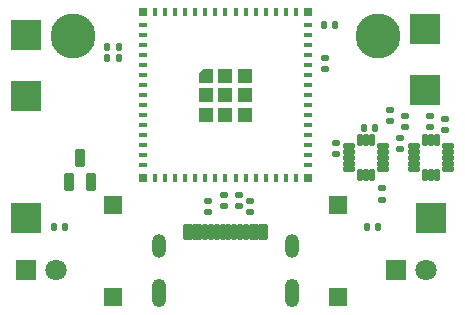
<source format=gbr>
%TF.GenerationSoftware,KiCad,Pcbnew,9.0.3*%
%TF.CreationDate,2025-07-29T21:31:59-06:00*%
%TF.ProjectId,AIOMeltyV3,41494f4d-656c-4747-9956-332e6b696361,rev?*%
%TF.SameCoordinates,Original*%
%TF.FileFunction,Soldermask,Top*%
%TF.FilePolarity,Negative*%
%FSLAX46Y46*%
G04 Gerber Fmt 4.6, Leading zero omitted, Abs format (unit mm)*
G04 Created by KiCad (PCBNEW 9.0.3) date 2025-07-29 21:31:59*
%MOMM*%
%LPD*%
G01*
G04 APERTURE LIST*
G04 Aperture macros list*
%AMRoundRect*
0 Rectangle with rounded corners*
0 $1 Rounding radius*
0 $2 $3 $4 $5 $6 $7 $8 $9 X,Y pos of 4 corners*
0 Add a 4 corners polygon primitive as box body*
4,1,4,$2,$3,$4,$5,$6,$7,$8,$9,$2,$3,0*
0 Add four circle primitives for the rounded corners*
1,1,$1+$1,$2,$3*
1,1,$1+$1,$4,$5*
1,1,$1+$1,$6,$7*
1,1,$1+$1,$8,$9*
0 Add four rect primitives between the rounded corners*
20,1,$1+$1,$2,$3,$4,$5,0*
20,1,$1+$1,$4,$5,$6,$7,0*
20,1,$1+$1,$6,$7,$8,$9,0*
20,1,$1+$1,$8,$9,$2,$3,0*%
%AMOutline5P*
0 Free polygon, 5 corners , with rotation*
0 The origin of the aperture is its center*
0 number of corners: always 5*
0 $1 to $10 corner X, Y*
0 $11 Rotation angle, in degrees counterclockwise*
0 create outline with 5 corners*
4,1,5,$1,$2,$3,$4,$5,$6,$7,$8,$9,$10,$1,$2,$11*%
%AMOutline6P*
0 Free polygon, 6 corners , with rotation*
0 The origin of the aperture is its center*
0 number of corners: always 6*
0 $1 to $12 corner X, Y*
0 $13 Rotation angle, in degrees counterclockwise*
0 create outline with 6 corners*
4,1,6,$1,$2,$3,$4,$5,$6,$7,$8,$9,$10,$11,$12,$1,$2,$13*%
%AMOutline7P*
0 Free polygon, 7 corners , with rotation*
0 The origin of the aperture is its center*
0 number of corners: always 7*
0 $1 to $14 corner X, Y*
0 $15 Rotation angle, in degrees counterclockwise*
0 create outline with 7 corners*
4,1,7,$1,$2,$3,$4,$5,$6,$7,$8,$9,$10,$11,$12,$13,$14,$1,$2,$15*%
%AMOutline8P*
0 Free polygon, 8 corners , with rotation*
0 The origin of the aperture is its center*
0 number of corners: always 8*
0 $1 to $16 corner X, Y*
0 $17 Rotation angle, in degrees counterclockwise*
0 create outline with 8 corners*
4,1,8,$1,$2,$3,$4,$5,$6,$7,$8,$9,$10,$11,$12,$13,$14,$15,$16,$1,$2,$17*%
G04 Aperture macros list end*
%ADD10R,2.500000X2.500000*%
%ADD11R,1.500000X1.500000*%
%ADD12RoundRect,0.102000X-0.415000X-0.135000X0.415000X-0.135000X0.415000X0.135000X-0.415000X0.135000X0*%
%ADD13RoundRect,0.102000X-0.135000X-0.415000X0.135000X-0.415000X0.135000X0.415000X-0.135000X0.415000X0*%
%ADD14RoundRect,0.140000X0.170000X-0.140000X0.170000X0.140000X-0.170000X0.140000X-0.170000X-0.140000X0*%
%ADD15RoundRect,0.140000X-0.170000X0.140000X-0.170000X-0.140000X0.170000X-0.140000X0.170000X0.140000X0*%
%ADD16C,2.600000*%
%ADD17C,3.800000*%
%ADD18RoundRect,0.140000X0.140000X0.170000X-0.140000X0.170000X-0.140000X-0.170000X0.140000X-0.170000X0*%
%ADD19RoundRect,0.140000X-0.140000X-0.170000X0.140000X-0.170000X0.140000X0.170000X-0.140000X0.170000X0*%
%ADD20RoundRect,0.100500X0.301500X-0.651500X0.301500X0.651500X-0.301500X0.651500X-0.301500X-0.651500X0*%
%ADD21R,1.800000X1.800000*%
%ADD22C,1.800000*%
%ADD23R,0.800000X0.400000*%
%ADD24R,0.400000X0.800000*%
%ADD25Outline5P,-0.600000X0.204000X-0.204000X0.600000X0.600000X0.600000X0.600000X-0.600000X-0.600000X-0.600000X0.000000*%
%ADD26R,1.200000X1.200000*%
%ADD27R,0.800000X0.800000*%
%ADD28RoundRect,0.102000X-0.300000X-0.550000X0.300000X-0.550000X0.300000X0.550000X-0.300000X0.550000X0*%
%ADD29RoundRect,0.102000X-0.150000X-0.550000X0.150000X-0.550000X0.150000X0.550000X-0.150000X0.550000X0*%
%ADD30O,1.204000X2.404000*%
%ADD31O,1.204000X2.004000*%
G04 APERTURE END LIST*
D10*
%TO.C,H3*%
X170650000Y-108050000D03*
%TD*%
%TO.C,H1*%
X136350000Y-97750000D03*
%TD*%
%TO.C,H3*%
X170150000Y-92050000D03*
%TD*%
D11*
%TO.C,SW1*%
X143750000Y-114750000D03*
X143750000Y-106950000D03*
%TD*%
D10*
%TO.C,H4*%
X136350000Y-108050000D03*
%TD*%
D12*
%TO.C,U1*%
X163680000Y-101950000D03*
X163680000Y-102450000D03*
X163680000Y-102950000D03*
X163680000Y-103450000D03*
X163680000Y-103950000D03*
D13*
X164650000Y-104420000D03*
X165150000Y-104420000D03*
X165650000Y-104420000D03*
D12*
X166620000Y-103950000D03*
X166620000Y-103450000D03*
X166620000Y-102950000D03*
X166620000Y-102450000D03*
X166620000Y-101950000D03*
D13*
X165650000Y-101480000D03*
X165150000Y-101480000D03*
X164650000Y-101480000D03*
%TD*%
D14*
%TO.C,R5*%
X167200000Y-99880000D03*
X167200000Y-98920000D03*
%TD*%
D15*
%TO.C,R2*%
X154400000Y-106100000D03*
X154400000Y-107060000D03*
%TD*%
D16*
%TO.C,REF\u002A\u002A*%
X166150000Y-92650000D03*
D17*
X166150000Y-92650000D03*
%TD*%
D14*
%TO.C,R4*%
X151800000Y-107560000D03*
X151800000Y-106600000D03*
%TD*%
%TO.C,R3*%
X155300000Y-107560000D03*
X155300000Y-106600000D03*
%TD*%
D18*
%TO.C,C3*%
X144205000Y-93550000D03*
X143245000Y-93550000D03*
%TD*%
D10*
%TO.C,H2*%
X170150000Y-97250000D03*
%TD*%
D14*
%TO.C,C2*%
X162650000Y-102680000D03*
X162650000Y-101720000D03*
%TD*%
D19*
%TO.C,R8*%
X165245000Y-108850000D03*
X166205000Y-108850000D03*
%TD*%
D14*
%TO.C,C5*%
X161700000Y-95480000D03*
X161700000Y-94520000D03*
%TD*%
%TO.C,R6*%
X168450000Y-100380000D03*
X168450000Y-99420000D03*
%TD*%
%TO.C,C12*%
X168000000Y-102260000D03*
X168000000Y-101300000D03*
%TD*%
D18*
%TO.C,R10*%
X162555000Y-91750000D03*
X161595000Y-91750000D03*
%TD*%
D10*
%TO.C,*%
X170650000Y-108050000D03*
%TD*%
D20*
%TO.C,U4*%
X140000000Y-105037500D03*
X141900000Y-105037500D03*
X140950000Y-102987500D03*
%TD*%
D21*
%TO.C,D2*%
X167650000Y-112450000D03*
D22*
X170190000Y-112450000D03*
%TD*%
D21*
%TO.C,D1*%
X136350000Y-112450000D03*
D22*
X138890000Y-112450000D03*
%TD*%
D11*
%TO.C,SW2*%
X162750000Y-114750000D03*
X162750000Y-106950000D03*
%TD*%
D18*
%TO.C,R7*%
X139680000Y-108850000D03*
X138720000Y-108850000D03*
%TD*%
D14*
%TO.C,C4*%
X171850000Y-100630000D03*
X171850000Y-99670000D03*
%TD*%
D16*
%TO.C,REF\u002A\u002A*%
X140350000Y-92650000D03*
D17*
X140350000Y-92650000D03*
%TD*%
D23*
%TO.C,U3*%
X146250000Y-91700000D03*
X146250000Y-92550000D03*
X146250000Y-93400000D03*
X146250000Y-94250000D03*
X146250000Y-95100000D03*
X146250000Y-95950000D03*
X146250000Y-96800000D03*
X146250000Y-97650000D03*
X146250000Y-98500000D03*
X146250000Y-99350000D03*
X146250000Y-100200000D03*
X146250000Y-101050000D03*
X146250000Y-101900000D03*
X146250000Y-102750000D03*
X146250000Y-103600000D03*
D24*
X147300000Y-104650000D03*
X148150000Y-104650000D03*
X149000000Y-104650000D03*
X149850000Y-104650000D03*
X150700000Y-104650000D03*
X151550000Y-104650000D03*
X152400000Y-104650000D03*
X153250000Y-104650000D03*
X154100000Y-104650000D03*
X154950000Y-104650000D03*
X155800000Y-104650000D03*
X156650000Y-104650000D03*
X157500000Y-104650000D03*
X158350000Y-104650000D03*
X159200000Y-104650000D03*
D23*
X160250000Y-103600000D03*
X160250000Y-102750000D03*
X160250000Y-101900000D03*
X160250000Y-101050000D03*
X160250000Y-100200000D03*
X160250000Y-99350000D03*
X160250000Y-98500000D03*
X160250000Y-97650000D03*
X160250000Y-96800000D03*
X160250000Y-95950000D03*
X160250000Y-95100000D03*
X160250000Y-94250000D03*
X160250000Y-93400000D03*
X160250000Y-92550000D03*
X160250000Y-91700000D03*
D24*
X159200000Y-90650000D03*
X158350000Y-90650000D03*
X157500000Y-90650000D03*
X156650000Y-90650000D03*
X155800000Y-90650000D03*
X154950000Y-90650000D03*
X154100000Y-90650000D03*
X153250000Y-90650000D03*
X152400000Y-90650000D03*
X151550000Y-90650000D03*
X150700000Y-90650000D03*
X149850000Y-90650000D03*
X149000000Y-90650000D03*
X148150000Y-90650000D03*
X147300000Y-90650000D03*
D25*
X151600000Y-96000000D03*
D26*
X151600000Y-97650000D03*
X151600000Y-99300000D03*
X153250000Y-96000000D03*
X153250000Y-97650000D03*
X153250000Y-99300000D03*
X154900000Y-96000000D03*
X154900000Y-97650000D03*
X154900000Y-99300000D03*
D27*
X146250000Y-90650000D03*
X146250000Y-104650000D03*
X160250000Y-104650000D03*
X160250000Y-90650000D03*
%TD*%
D12*
%TO.C,U2*%
X169180000Y-101950000D03*
X169180000Y-102450000D03*
X169180000Y-102950000D03*
X169180000Y-103450000D03*
X169180000Y-103950000D03*
D13*
X170150000Y-104420000D03*
X170650000Y-104420000D03*
X171150000Y-104420000D03*
D12*
X172120000Y-103950000D03*
X172120000Y-103450000D03*
X172120000Y-102950000D03*
X172120000Y-102450000D03*
X172120000Y-101950000D03*
D13*
X171150000Y-101480000D03*
X170650000Y-101480000D03*
X170150000Y-101480000D03*
%TD*%
D18*
%TO.C,C1*%
X165950000Y-100472500D03*
X164990000Y-100472500D03*
%TD*%
D10*
%TO.C,H3*%
X136350000Y-92550000D03*
%TD*%
D19*
%TO.C,R9*%
X143245000Y-94500000D03*
X144205000Y-94500000D03*
%TD*%
D14*
%TO.C,R1*%
X153100000Y-107060000D03*
X153100000Y-106100000D03*
%TD*%
D28*
%TO.C,J1*%
X150050000Y-109287500D03*
X150850000Y-109287500D03*
D29*
X152000000Y-109287500D03*
X153000000Y-109287500D03*
X153500000Y-109287500D03*
X154500000Y-109287500D03*
D28*
X156450000Y-109287500D03*
X155650000Y-109287500D03*
D29*
X155000000Y-109287500D03*
X154000000Y-109287500D03*
X152500000Y-109287500D03*
X151500000Y-109287500D03*
D30*
X147630000Y-114437500D03*
D31*
X158870000Y-110437500D03*
X147630000Y-110437500D03*
D30*
X158870000Y-114437500D03*
%TD*%
D14*
%TO.C,C1*%
X166500000Y-106500000D03*
X166500000Y-105540000D03*
%TD*%
%TO.C,C13*%
X170600000Y-100360000D03*
X170600000Y-99400000D03*
%TD*%
M02*

</source>
